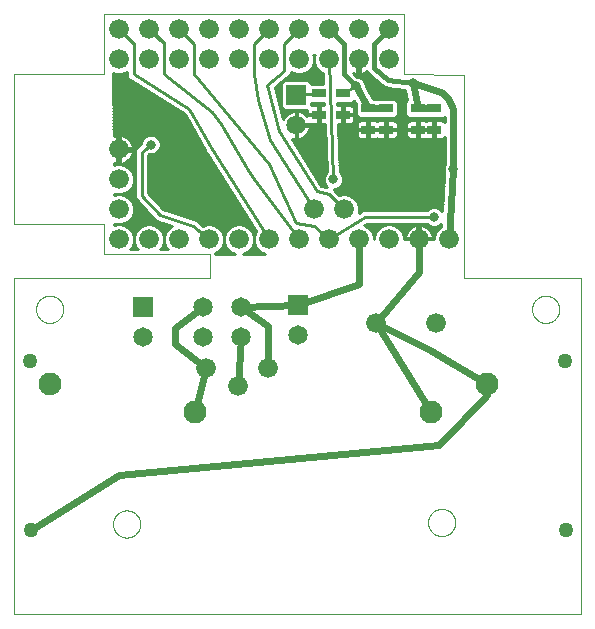
<source format=gtl>
G75*
%MOIN*%
%OFA0B0*%
%FSLAX25Y25*%
%IPPOS*%
%LPD*%
%AMOC8*
5,1,8,0,0,1.08239X$1,22.5*
%
%ADD10C,0.00000*%
%ADD11C,0.06600*%
%ADD12C,0.05000*%
%ADD13C,0.07600*%
%ADD14R,0.06500X0.06500*%
%ADD15C,0.06500*%
%ADD16C,0.07677*%
%ADD17R,0.04724X0.03150*%
%ADD18C,0.01000*%
%ADD19C,0.03200*%
%ADD20C,0.01600*%
%ADD21C,0.02400*%
%ADD22C,0.01200*%
D10*
X0005000Y0004606D02*
X0193976Y0004606D01*
X0193976Y0116575D01*
X0155000Y0116575D01*
X0155000Y0184409D01*
X0134921Y0184449D01*
X0134882Y0184488D01*
X0134882Y0194409D01*
X0134921Y0204449D01*
X0034921Y0204449D01*
X0034921Y0194449D01*
X0034961Y0194409D01*
X0034921Y0194409D01*
X0034921Y0184449D01*
X0005000Y0184449D01*
X0005000Y0134449D01*
X0034921Y0134449D01*
X0034921Y0124449D01*
X0070346Y0124449D01*
X0070346Y0116575D01*
X0005000Y0116575D01*
X0005000Y0004606D01*
X0037972Y0034606D02*
X0037974Y0034740D01*
X0037980Y0034874D01*
X0037990Y0035008D01*
X0038004Y0035142D01*
X0038022Y0035275D01*
X0038043Y0035407D01*
X0038069Y0035539D01*
X0038099Y0035670D01*
X0038132Y0035800D01*
X0038169Y0035928D01*
X0038211Y0036056D01*
X0038255Y0036183D01*
X0038304Y0036308D01*
X0038356Y0036431D01*
X0038412Y0036553D01*
X0038472Y0036674D01*
X0038535Y0036792D01*
X0038601Y0036909D01*
X0038671Y0037023D01*
X0038744Y0037136D01*
X0038821Y0037246D01*
X0038901Y0037354D01*
X0038984Y0037459D01*
X0039070Y0037562D01*
X0039159Y0037662D01*
X0039251Y0037760D01*
X0039346Y0037855D01*
X0039444Y0037947D01*
X0039544Y0038036D01*
X0039647Y0038122D01*
X0039752Y0038205D01*
X0039860Y0038285D01*
X0039970Y0038362D01*
X0040083Y0038435D01*
X0040197Y0038505D01*
X0040314Y0038571D01*
X0040432Y0038634D01*
X0040553Y0038694D01*
X0040675Y0038750D01*
X0040798Y0038802D01*
X0040923Y0038851D01*
X0041050Y0038895D01*
X0041178Y0038937D01*
X0041306Y0038974D01*
X0041436Y0039007D01*
X0041567Y0039037D01*
X0041699Y0039063D01*
X0041831Y0039084D01*
X0041964Y0039102D01*
X0042098Y0039116D01*
X0042232Y0039126D01*
X0042366Y0039132D01*
X0042500Y0039134D01*
X0042634Y0039132D01*
X0042768Y0039126D01*
X0042902Y0039116D01*
X0043036Y0039102D01*
X0043169Y0039084D01*
X0043301Y0039063D01*
X0043433Y0039037D01*
X0043564Y0039007D01*
X0043694Y0038974D01*
X0043822Y0038937D01*
X0043950Y0038895D01*
X0044077Y0038851D01*
X0044202Y0038802D01*
X0044325Y0038750D01*
X0044447Y0038694D01*
X0044568Y0038634D01*
X0044686Y0038571D01*
X0044803Y0038505D01*
X0044917Y0038435D01*
X0045030Y0038362D01*
X0045140Y0038285D01*
X0045248Y0038205D01*
X0045353Y0038122D01*
X0045456Y0038036D01*
X0045556Y0037947D01*
X0045654Y0037855D01*
X0045749Y0037760D01*
X0045841Y0037662D01*
X0045930Y0037562D01*
X0046016Y0037459D01*
X0046099Y0037354D01*
X0046179Y0037246D01*
X0046256Y0037136D01*
X0046329Y0037023D01*
X0046399Y0036909D01*
X0046465Y0036792D01*
X0046528Y0036674D01*
X0046588Y0036553D01*
X0046644Y0036431D01*
X0046696Y0036308D01*
X0046745Y0036183D01*
X0046789Y0036056D01*
X0046831Y0035928D01*
X0046868Y0035800D01*
X0046901Y0035670D01*
X0046931Y0035539D01*
X0046957Y0035407D01*
X0046978Y0035275D01*
X0046996Y0035142D01*
X0047010Y0035008D01*
X0047020Y0034874D01*
X0047026Y0034740D01*
X0047028Y0034606D01*
X0047026Y0034472D01*
X0047020Y0034338D01*
X0047010Y0034204D01*
X0046996Y0034070D01*
X0046978Y0033937D01*
X0046957Y0033805D01*
X0046931Y0033673D01*
X0046901Y0033542D01*
X0046868Y0033412D01*
X0046831Y0033284D01*
X0046789Y0033156D01*
X0046745Y0033029D01*
X0046696Y0032904D01*
X0046644Y0032781D01*
X0046588Y0032659D01*
X0046528Y0032538D01*
X0046465Y0032420D01*
X0046399Y0032303D01*
X0046329Y0032189D01*
X0046256Y0032076D01*
X0046179Y0031966D01*
X0046099Y0031858D01*
X0046016Y0031753D01*
X0045930Y0031650D01*
X0045841Y0031550D01*
X0045749Y0031452D01*
X0045654Y0031357D01*
X0045556Y0031265D01*
X0045456Y0031176D01*
X0045353Y0031090D01*
X0045248Y0031007D01*
X0045140Y0030927D01*
X0045030Y0030850D01*
X0044917Y0030777D01*
X0044803Y0030707D01*
X0044686Y0030641D01*
X0044568Y0030578D01*
X0044447Y0030518D01*
X0044325Y0030462D01*
X0044202Y0030410D01*
X0044077Y0030361D01*
X0043950Y0030317D01*
X0043822Y0030275D01*
X0043694Y0030238D01*
X0043564Y0030205D01*
X0043433Y0030175D01*
X0043301Y0030149D01*
X0043169Y0030128D01*
X0043036Y0030110D01*
X0042902Y0030096D01*
X0042768Y0030086D01*
X0042634Y0030080D01*
X0042500Y0030078D01*
X0042366Y0030080D01*
X0042232Y0030086D01*
X0042098Y0030096D01*
X0041964Y0030110D01*
X0041831Y0030128D01*
X0041699Y0030149D01*
X0041567Y0030175D01*
X0041436Y0030205D01*
X0041306Y0030238D01*
X0041178Y0030275D01*
X0041050Y0030317D01*
X0040923Y0030361D01*
X0040798Y0030410D01*
X0040675Y0030462D01*
X0040553Y0030518D01*
X0040432Y0030578D01*
X0040314Y0030641D01*
X0040197Y0030707D01*
X0040083Y0030777D01*
X0039970Y0030850D01*
X0039860Y0030927D01*
X0039752Y0031007D01*
X0039647Y0031090D01*
X0039544Y0031176D01*
X0039444Y0031265D01*
X0039346Y0031357D01*
X0039251Y0031452D01*
X0039159Y0031550D01*
X0039070Y0031650D01*
X0038984Y0031753D01*
X0038901Y0031858D01*
X0038821Y0031966D01*
X0038744Y0032076D01*
X0038671Y0032189D01*
X0038601Y0032303D01*
X0038535Y0032420D01*
X0038472Y0032538D01*
X0038412Y0032659D01*
X0038356Y0032781D01*
X0038304Y0032904D01*
X0038255Y0033029D01*
X0038211Y0033156D01*
X0038169Y0033284D01*
X0038132Y0033412D01*
X0038099Y0033542D01*
X0038069Y0033673D01*
X0038043Y0033805D01*
X0038022Y0033937D01*
X0038004Y0034070D01*
X0037990Y0034204D01*
X0037980Y0034338D01*
X0037974Y0034472D01*
X0037972Y0034606D01*
X0012283Y0106173D02*
X0012285Y0106307D01*
X0012291Y0106441D01*
X0012301Y0106575D01*
X0012315Y0106709D01*
X0012333Y0106842D01*
X0012354Y0106974D01*
X0012380Y0107106D01*
X0012410Y0107237D01*
X0012443Y0107367D01*
X0012480Y0107495D01*
X0012522Y0107623D01*
X0012566Y0107750D01*
X0012615Y0107875D01*
X0012667Y0107998D01*
X0012723Y0108120D01*
X0012783Y0108241D01*
X0012846Y0108359D01*
X0012912Y0108476D01*
X0012982Y0108590D01*
X0013055Y0108703D01*
X0013132Y0108813D01*
X0013212Y0108921D01*
X0013295Y0109026D01*
X0013381Y0109129D01*
X0013470Y0109229D01*
X0013562Y0109327D01*
X0013657Y0109422D01*
X0013755Y0109514D01*
X0013855Y0109603D01*
X0013958Y0109689D01*
X0014063Y0109772D01*
X0014171Y0109852D01*
X0014281Y0109929D01*
X0014394Y0110002D01*
X0014508Y0110072D01*
X0014625Y0110138D01*
X0014743Y0110201D01*
X0014864Y0110261D01*
X0014986Y0110317D01*
X0015109Y0110369D01*
X0015234Y0110418D01*
X0015361Y0110462D01*
X0015489Y0110504D01*
X0015617Y0110541D01*
X0015747Y0110574D01*
X0015878Y0110604D01*
X0016010Y0110630D01*
X0016142Y0110651D01*
X0016275Y0110669D01*
X0016409Y0110683D01*
X0016543Y0110693D01*
X0016677Y0110699D01*
X0016811Y0110701D01*
X0016945Y0110699D01*
X0017079Y0110693D01*
X0017213Y0110683D01*
X0017347Y0110669D01*
X0017480Y0110651D01*
X0017612Y0110630D01*
X0017744Y0110604D01*
X0017875Y0110574D01*
X0018005Y0110541D01*
X0018133Y0110504D01*
X0018261Y0110462D01*
X0018388Y0110418D01*
X0018513Y0110369D01*
X0018636Y0110317D01*
X0018758Y0110261D01*
X0018879Y0110201D01*
X0018997Y0110138D01*
X0019114Y0110072D01*
X0019228Y0110002D01*
X0019341Y0109929D01*
X0019451Y0109852D01*
X0019559Y0109772D01*
X0019664Y0109689D01*
X0019767Y0109603D01*
X0019867Y0109514D01*
X0019965Y0109422D01*
X0020060Y0109327D01*
X0020152Y0109229D01*
X0020241Y0109129D01*
X0020327Y0109026D01*
X0020410Y0108921D01*
X0020490Y0108813D01*
X0020567Y0108703D01*
X0020640Y0108590D01*
X0020710Y0108476D01*
X0020776Y0108359D01*
X0020839Y0108241D01*
X0020899Y0108120D01*
X0020955Y0107998D01*
X0021007Y0107875D01*
X0021056Y0107750D01*
X0021100Y0107623D01*
X0021142Y0107495D01*
X0021179Y0107367D01*
X0021212Y0107237D01*
X0021242Y0107106D01*
X0021268Y0106974D01*
X0021289Y0106842D01*
X0021307Y0106709D01*
X0021321Y0106575D01*
X0021331Y0106441D01*
X0021337Y0106307D01*
X0021339Y0106173D01*
X0021337Y0106039D01*
X0021331Y0105905D01*
X0021321Y0105771D01*
X0021307Y0105637D01*
X0021289Y0105504D01*
X0021268Y0105372D01*
X0021242Y0105240D01*
X0021212Y0105109D01*
X0021179Y0104979D01*
X0021142Y0104851D01*
X0021100Y0104723D01*
X0021056Y0104596D01*
X0021007Y0104471D01*
X0020955Y0104348D01*
X0020899Y0104226D01*
X0020839Y0104105D01*
X0020776Y0103987D01*
X0020710Y0103870D01*
X0020640Y0103756D01*
X0020567Y0103643D01*
X0020490Y0103533D01*
X0020410Y0103425D01*
X0020327Y0103320D01*
X0020241Y0103217D01*
X0020152Y0103117D01*
X0020060Y0103019D01*
X0019965Y0102924D01*
X0019867Y0102832D01*
X0019767Y0102743D01*
X0019664Y0102657D01*
X0019559Y0102574D01*
X0019451Y0102494D01*
X0019341Y0102417D01*
X0019228Y0102344D01*
X0019114Y0102274D01*
X0018997Y0102208D01*
X0018879Y0102145D01*
X0018758Y0102085D01*
X0018636Y0102029D01*
X0018513Y0101977D01*
X0018388Y0101928D01*
X0018261Y0101884D01*
X0018133Y0101842D01*
X0018005Y0101805D01*
X0017875Y0101772D01*
X0017744Y0101742D01*
X0017612Y0101716D01*
X0017480Y0101695D01*
X0017347Y0101677D01*
X0017213Y0101663D01*
X0017079Y0101653D01*
X0016945Y0101647D01*
X0016811Y0101645D01*
X0016677Y0101647D01*
X0016543Y0101653D01*
X0016409Y0101663D01*
X0016275Y0101677D01*
X0016142Y0101695D01*
X0016010Y0101716D01*
X0015878Y0101742D01*
X0015747Y0101772D01*
X0015617Y0101805D01*
X0015489Y0101842D01*
X0015361Y0101884D01*
X0015234Y0101928D01*
X0015109Y0101977D01*
X0014986Y0102029D01*
X0014864Y0102085D01*
X0014743Y0102145D01*
X0014625Y0102208D01*
X0014508Y0102274D01*
X0014394Y0102344D01*
X0014281Y0102417D01*
X0014171Y0102494D01*
X0014063Y0102574D01*
X0013958Y0102657D01*
X0013855Y0102743D01*
X0013755Y0102832D01*
X0013657Y0102924D01*
X0013562Y0103019D01*
X0013470Y0103117D01*
X0013381Y0103217D01*
X0013295Y0103320D01*
X0013212Y0103425D01*
X0013132Y0103533D01*
X0013055Y0103643D01*
X0012982Y0103756D01*
X0012912Y0103870D01*
X0012846Y0103987D01*
X0012783Y0104105D01*
X0012723Y0104226D01*
X0012667Y0104348D01*
X0012615Y0104471D01*
X0012566Y0104596D01*
X0012522Y0104723D01*
X0012480Y0104851D01*
X0012443Y0104979D01*
X0012410Y0105109D01*
X0012380Y0105240D01*
X0012354Y0105372D01*
X0012333Y0105504D01*
X0012315Y0105637D01*
X0012301Y0105771D01*
X0012291Y0105905D01*
X0012285Y0106039D01*
X0012283Y0106173D01*
X0142972Y0035106D02*
X0142974Y0035240D01*
X0142980Y0035374D01*
X0142990Y0035508D01*
X0143004Y0035642D01*
X0143022Y0035775D01*
X0143043Y0035907D01*
X0143069Y0036039D01*
X0143099Y0036170D01*
X0143132Y0036300D01*
X0143169Y0036428D01*
X0143211Y0036556D01*
X0143255Y0036683D01*
X0143304Y0036808D01*
X0143356Y0036931D01*
X0143412Y0037053D01*
X0143472Y0037174D01*
X0143535Y0037292D01*
X0143601Y0037409D01*
X0143671Y0037523D01*
X0143744Y0037636D01*
X0143821Y0037746D01*
X0143901Y0037854D01*
X0143984Y0037959D01*
X0144070Y0038062D01*
X0144159Y0038162D01*
X0144251Y0038260D01*
X0144346Y0038355D01*
X0144444Y0038447D01*
X0144544Y0038536D01*
X0144647Y0038622D01*
X0144752Y0038705D01*
X0144860Y0038785D01*
X0144970Y0038862D01*
X0145083Y0038935D01*
X0145197Y0039005D01*
X0145314Y0039071D01*
X0145432Y0039134D01*
X0145553Y0039194D01*
X0145675Y0039250D01*
X0145798Y0039302D01*
X0145923Y0039351D01*
X0146050Y0039395D01*
X0146178Y0039437D01*
X0146306Y0039474D01*
X0146436Y0039507D01*
X0146567Y0039537D01*
X0146699Y0039563D01*
X0146831Y0039584D01*
X0146964Y0039602D01*
X0147098Y0039616D01*
X0147232Y0039626D01*
X0147366Y0039632D01*
X0147500Y0039634D01*
X0147634Y0039632D01*
X0147768Y0039626D01*
X0147902Y0039616D01*
X0148036Y0039602D01*
X0148169Y0039584D01*
X0148301Y0039563D01*
X0148433Y0039537D01*
X0148564Y0039507D01*
X0148694Y0039474D01*
X0148822Y0039437D01*
X0148950Y0039395D01*
X0149077Y0039351D01*
X0149202Y0039302D01*
X0149325Y0039250D01*
X0149447Y0039194D01*
X0149568Y0039134D01*
X0149686Y0039071D01*
X0149803Y0039005D01*
X0149917Y0038935D01*
X0150030Y0038862D01*
X0150140Y0038785D01*
X0150248Y0038705D01*
X0150353Y0038622D01*
X0150456Y0038536D01*
X0150556Y0038447D01*
X0150654Y0038355D01*
X0150749Y0038260D01*
X0150841Y0038162D01*
X0150930Y0038062D01*
X0151016Y0037959D01*
X0151099Y0037854D01*
X0151179Y0037746D01*
X0151256Y0037636D01*
X0151329Y0037523D01*
X0151399Y0037409D01*
X0151465Y0037292D01*
X0151528Y0037174D01*
X0151588Y0037053D01*
X0151644Y0036931D01*
X0151696Y0036808D01*
X0151745Y0036683D01*
X0151789Y0036556D01*
X0151831Y0036428D01*
X0151868Y0036300D01*
X0151901Y0036170D01*
X0151931Y0036039D01*
X0151957Y0035907D01*
X0151978Y0035775D01*
X0151996Y0035642D01*
X0152010Y0035508D01*
X0152020Y0035374D01*
X0152026Y0035240D01*
X0152028Y0035106D01*
X0152026Y0034972D01*
X0152020Y0034838D01*
X0152010Y0034704D01*
X0151996Y0034570D01*
X0151978Y0034437D01*
X0151957Y0034305D01*
X0151931Y0034173D01*
X0151901Y0034042D01*
X0151868Y0033912D01*
X0151831Y0033784D01*
X0151789Y0033656D01*
X0151745Y0033529D01*
X0151696Y0033404D01*
X0151644Y0033281D01*
X0151588Y0033159D01*
X0151528Y0033038D01*
X0151465Y0032920D01*
X0151399Y0032803D01*
X0151329Y0032689D01*
X0151256Y0032576D01*
X0151179Y0032466D01*
X0151099Y0032358D01*
X0151016Y0032253D01*
X0150930Y0032150D01*
X0150841Y0032050D01*
X0150749Y0031952D01*
X0150654Y0031857D01*
X0150556Y0031765D01*
X0150456Y0031676D01*
X0150353Y0031590D01*
X0150248Y0031507D01*
X0150140Y0031427D01*
X0150030Y0031350D01*
X0149917Y0031277D01*
X0149803Y0031207D01*
X0149686Y0031141D01*
X0149568Y0031078D01*
X0149447Y0031018D01*
X0149325Y0030962D01*
X0149202Y0030910D01*
X0149077Y0030861D01*
X0148950Y0030817D01*
X0148822Y0030775D01*
X0148694Y0030738D01*
X0148564Y0030705D01*
X0148433Y0030675D01*
X0148301Y0030649D01*
X0148169Y0030628D01*
X0148036Y0030610D01*
X0147902Y0030596D01*
X0147768Y0030586D01*
X0147634Y0030580D01*
X0147500Y0030578D01*
X0147366Y0030580D01*
X0147232Y0030586D01*
X0147098Y0030596D01*
X0146964Y0030610D01*
X0146831Y0030628D01*
X0146699Y0030649D01*
X0146567Y0030675D01*
X0146436Y0030705D01*
X0146306Y0030738D01*
X0146178Y0030775D01*
X0146050Y0030817D01*
X0145923Y0030861D01*
X0145798Y0030910D01*
X0145675Y0030962D01*
X0145553Y0031018D01*
X0145432Y0031078D01*
X0145314Y0031141D01*
X0145197Y0031207D01*
X0145083Y0031277D01*
X0144970Y0031350D01*
X0144860Y0031427D01*
X0144752Y0031507D01*
X0144647Y0031590D01*
X0144544Y0031676D01*
X0144444Y0031765D01*
X0144346Y0031857D01*
X0144251Y0031952D01*
X0144159Y0032050D01*
X0144070Y0032150D01*
X0143984Y0032253D01*
X0143901Y0032358D01*
X0143821Y0032466D01*
X0143744Y0032576D01*
X0143671Y0032689D01*
X0143601Y0032803D01*
X0143535Y0032920D01*
X0143472Y0033038D01*
X0143412Y0033159D01*
X0143356Y0033281D01*
X0143304Y0033404D01*
X0143255Y0033529D01*
X0143211Y0033656D01*
X0143169Y0033784D01*
X0143132Y0033912D01*
X0143099Y0034042D01*
X0143069Y0034173D01*
X0143043Y0034305D01*
X0143022Y0034437D01*
X0143004Y0034570D01*
X0142990Y0034704D01*
X0142980Y0034838D01*
X0142974Y0034972D01*
X0142972Y0035106D01*
X0177637Y0106173D02*
X0177639Y0106307D01*
X0177645Y0106441D01*
X0177655Y0106575D01*
X0177669Y0106709D01*
X0177687Y0106842D01*
X0177708Y0106974D01*
X0177734Y0107106D01*
X0177764Y0107237D01*
X0177797Y0107367D01*
X0177834Y0107495D01*
X0177876Y0107623D01*
X0177920Y0107750D01*
X0177969Y0107875D01*
X0178021Y0107998D01*
X0178077Y0108120D01*
X0178137Y0108241D01*
X0178200Y0108359D01*
X0178266Y0108476D01*
X0178336Y0108590D01*
X0178409Y0108703D01*
X0178486Y0108813D01*
X0178566Y0108921D01*
X0178649Y0109026D01*
X0178735Y0109129D01*
X0178824Y0109229D01*
X0178916Y0109327D01*
X0179011Y0109422D01*
X0179109Y0109514D01*
X0179209Y0109603D01*
X0179312Y0109689D01*
X0179417Y0109772D01*
X0179525Y0109852D01*
X0179635Y0109929D01*
X0179748Y0110002D01*
X0179862Y0110072D01*
X0179979Y0110138D01*
X0180097Y0110201D01*
X0180218Y0110261D01*
X0180340Y0110317D01*
X0180463Y0110369D01*
X0180588Y0110418D01*
X0180715Y0110462D01*
X0180843Y0110504D01*
X0180971Y0110541D01*
X0181101Y0110574D01*
X0181232Y0110604D01*
X0181364Y0110630D01*
X0181496Y0110651D01*
X0181629Y0110669D01*
X0181763Y0110683D01*
X0181897Y0110693D01*
X0182031Y0110699D01*
X0182165Y0110701D01*
X0182299Y0110699D01*
X0182433Y0110693D01*
X0182567Y0110683D01*
X0182701Y0110669D01*
X0182834Y0110651D01*
X0182966Y0110630D01*
X0183098Y0110604D01*
X0183229Y0110574D01*
X0183359Y0110541D01*
X0183487Y0110504D01*
X0183615Y0110462D01*
X0183742Y0110418D01*
X0183867Y0110369D01*
X0183990Y0110317D01*
X0184112Y0110261D01*
X0184233Y0110201D01*
X0184351Y0110138D01*
X0184468Y0110072D01*
X0184582Y0110002D01*
X0184695Y0109929D01*
X0184805Y0109852D01*
X0184913Y0109772D01*
X0185018Y0109689D01*
X0185121Y0109603D01*
X0185221Y0109514D01*
X0185319Y0109422D01*
X0185414Y0109327D01*
X0185506Y0109229D01*
X0185595Y0109129D01*
X0185681Y0109026D01*
X0185764Y0108921D01*
X0185844Y0108813D01*
X0185921Y0108703D01*
X0185994Y0108590D01*
X0186064Y0108476D01*
X0186130Y0108359D01*
X0186193Y0108241D01*
X0186253Y0108120D01*
X0186309Y0107998D01*
X0186361Y0107875D01*
X0186410Y0107750D01*
X0186454Y0107623D01*
X0186496Y0107495D01*
X0186533Y0107367D01*
X0186566Y0107237D01*
X0186596Y0107106D01*
X0186622Y0106974D01*
X0186643Y0106842D01*
X0186661Y0106709D01*
X0186675Y0106575D01*
X0186685Y0106441D01*
X0186691Y0106307D01*
X0186693Y0106173D01*
X0186691Y0106039D01*
X0186685Y0105905D01*
X0186675Y0105771D01*
X0186661Y0105637D01*
X0186643Y0105504D01*
X0186622Y0105372D01*
X0186596Y0105240D01*
X0186566Y0105109D01*
X0186533Y0104979D01*
X0186496Y0104851D01*
X0186454Y0104723D01*
X0186410Y0104596D01*
X0186361Y0104471D01*
X0186309Y0104348D01*
X0186253Y0104226D01*
X0186193Y0104105D01*
X0186130Y0103987D01*
X0186064Y0103870D01*
X0185994Y0103756D01*
X0185921Y0103643D01*
X0185844Y0103533D01*
X0185764Y0103425D01*
X0185681Y0103320D01*
X0185595Y0103217D01*
X0185506Y0103117D01*
X0185414Y0103019D01*
X0185319Y0102924D01*
X0185221Y0102832D01*
X0185121Y0102743D01*
X0185018Y0102657D01*
X0184913Y0102574D01*
X0184805Y0102494D01*
X0184695Y0102417D01*
X0184582Y0102344D01*
X0184468Y0102274D01*
X0184351Y0102208D01*
X0184233Y0102145D01*
X0184112Y0102085D01*
X0183990Y0102029D01*
X0183867Y0101977D01*
X0183742Y0101928D01*
X0183615Y0101884D01*
X0183487Y0101842D01*
X0183359Y0101805D01*
X0183229Y0101772D01*
X0183098Y0101742D01*
X0182966Y0101716D01*
X0182834Y0101695D01*
X0182701Y0101677D01*
X0182567Y0101663D01*
X0182433Y0101653D01*
X0182299Y0101647D01*
X0182165Y0101645D01*
X0182031Y0101647D01*
X0181897Y0101653D01*
X0181763Y0101663D01*
X0181629Y0101677D01*
X0181496Y0101695D01*
X0181364Y0101716D01*
X0181232Y0101742D01*
X0181101Y0101772D01*
X0180971Y0101805D01*
X0180843Y0101842D01*
X0180715Y0101884D01*
X0180588Y0101928D01*
X0180463Y0101977D01*
X0180340Y0102029D01*
X0180218Y0102085D01*
X0180097Y0102145D01*
X0179979Y0102208D01*
X0179862Y0102274D01*
X0179748Y0102344D01*
X0179635Y0102417D01*
X0179525Y0102494D01*
X0179417Y0102574D01*
X0179312Y0102657D01*
X0179209Y0102743D01*
X0179109Y0102832D01*
X0179011Y0102924D01*
X0178916Y0103019D01*
X0178824Y0103117D01*
X0178735Y0103217D01*
X0178649Y0103320D01*
X0178566Y0103425D01*
X0178486Y0103533D01*
X0178409Y0103643D01*
X0178336Y0103756D01*
X0178266Y0103870D01*
X0178200Y0103987D01*
X0178137Y0104105D01*
X0178077Y0104226D01*
X0178021Y0104348D01*
X0177969Y0104471D01*
X0177920Y0104596D01*
X0177876Y0104723D01*
X0177834Y0104851D01*
X0177797Y0104979D01*
X0177764Y0105109D01*
X0177734Y0105240D01*
X0177708Y0105372D01*
X0177687Y0105504D01*
X0177669Y0105637D01*
X0177655Y0105771D01*
X0177645Y0105905D01*
X0177639Y0106039D01*
X0177637Y0106173D01*
D11*
X0149921Y0129449D03*
X0139921Y0129449D03*
X0129921Y0129449D03*
X0119921Y0129449D03*
X0114921Y0139449D03*
X0109921Y0129449D03*
X0104921Y0139449D03*
X0099921Y0129449D03*
X0089921Y0129449D03*
X0079921Y0129449D03*
X0069921Y0129449D03*
X0059921Y0129449D03*
X0049921Y0129449D03*
X0039921Y0129449D03*
X0039921Y0139449D03*
X0039921Y0149449D03*
X0039921Y0159449D03*
X0039921Y0189449D03*
X0039921Y0199449D03*
X0049921Y0199449D03*
X0049921Y0189449D03*
X0059921Y0189449D03*
X0059921Y0199449D03*
X0069921Y0199449D03*
X0069921Y0189449D03*
X0079921Y0189449D03*
X0079921Y0199449D03*
X0089921Y0199449D03*
X0089921Y0189449D03*
X0099921Y0189449D03*
X0099921Y0199449D03*
X0109921Y0199449D03*
X0109921Y0189449D03*
X0119921Y0189449D03*
X0119921Y0199449D03*
X0129921Y0199449D03*
X0129921Y0189449D03*
X0125657Y0101606D03*
X0145736Y0101606D03*
X0089500Y0086606D03*
X0079500Y0080606D03*
X0069000Y0086606D03*
D12*
X0010142Y0089016D03*
X0010512Y0032559D03*
X0188858Y0032559D03*
X0188488Y0089016D03*
D13*
X0162598Y0081299D03*
X0016929Y0081299D03*
D14*
X0048000Y0107106D03*
X0099500Y0107606D03*
X0099000Y0177606D03*
D15*
X0099000Y0167606D03*
X0080500Y0107106D03*
X0080500Y0097106D03*
X0068000Y0097106D03*
X0068000Y0107106D03*
X0048000Y0097106D03*
X0099500Y0097606D03*
D16*
X0065346Y0072106D03*
X0144087Y0072106D03*
D17*
X0145000Y0166063D03*
X0139500Y0166063D03*
X0139500Y0173150D03*
X0145000Y0173150D03*
X0129000Y0173150D03*
X0123000Y0173150D03*
X0123000Y0166063D03*
X0129000Y0166063D03*
X0114500Y0171063D03*
X0114500Y0178150D03*
X0106500Y0178150D03*
X0106500Y0171063D03*
D18*
X0106787Y0171350D02*
X0106213Y0171350D01*
X0106213Y0174138D01*
X0103950Y0174138D01*
X0103950Y0174875D01*
X0108266Y0174875D01*
X0108294Y0174138D01*
X0106787Y0174138D01*
X0106787Y0171350D01*
X0106787Y0171358D02*
X0106213Y0171358D01*
X0106213Y0171350D02*
X0106213Y0170776D01*
X0106787Y0170776D01*
X0106787Y0167988D01*
X0108524Y0167988D01*
X0109131Y0151825D01*
X0108624Y0151318D01*
X0108121Y0150105D01*
X0108121Y0148792D01*
X0108624Y0147580D01*
X0109342Y0146861D01*
X0107316Y0147368D01*
X0097480Y0163106D01*
X0097888Y0162973D01*
X0098626Y0162856D01*
X0098811Y0162856D01*
X0098811Y0167417D01*
X0099189Y0167417D01*
X0099189Y0162856D01*
X0099374Y0162856D01*
X0100112Y0162973D01*
X0100823Y0163204D01*
X0101490Y0163544D01*
X0102094Y0163983D01*
X0102623Y0164512D01*
X0103063Y0165117D01*
X0103402Y0165783D01*
X0103633Y0166494D01*
X0103750Y0167232D01*
X0103750Y0167417D01*
X0099189Y0167417D01*
X0099189Y0167795D01*
X0103750Y0167795D01*
X0103750Y0167980D01*
X0103740Y0168042D01*
X0103940Y0167988D01*
X0106213Y0167988D01*
X0106213Y0170776D01*
X0102638Y0170776D01*
X0102638Y0170680D01*
X0102623Y0170701D01*
X0102094Y0171229D01*
X0101490Y0171669D01*
X0100823Y0172008D01*
X0100112Y0172239D01*
X0099374Y0172356D01*
X0099189Y0172356D01*
X0098811Y0172356D01*
X0098626Y0172356D01*
X0097888Y0172239D01*
X0097177Y0172008D01*
X0096510Y0171669D01*
X0095906Y0171229D01*
X0095377Y0170701D01*
X0094937Y0170096D01*
X0094643Y0169518D01*
X0091903Y0180137D01*
X0095707Y0183249D01*
X0095833Y0183249D01*
X0096399Y0183816D01*
X0097020Y0184323D01*
X0097032Y0184448D01*
X0097121Y0184538D01*
X0097121Y0185197D01*
X0098927Y0184449D01*
X0100916Y0184449D01*
X0102754Y0185210D01*
X0104160Y0186617D01*
X0104921Y0188454D01*
X0104921Y0190443D01*
X0104712Y0190949D01*
X0105131Y0190949D01*
X0104921Y0190443D01*
X0104921Y0188454D01*
X0105682Y0186617D01*
X0107089Y0185210D01*
X0107891Y0184878D01*
X0108021Y0181424D01*
X0103950Y0181424D01*
X0103950Y0181560D01*
X0102954Y0182556D01*
X0095046Y0182556D01*
X0094050Y0181560D01*
X0094050Y0173652D01*
X0095046Y0172656D01*
X0102638Y0172656D01*
X0102638Y0171350D01*
X0106213Y0171350D01*
X0106213Y0170359D02*
X0106787Y0170359D01*
X0106787Y0169361D02*
X0106213Y0169361D01*
X0106213Y0168362D02*
X0106787Y0168362D01*
X0108548Y0167364D02*
X0103750Y0167364D01*
X0103591Y0166365D02*
X0108585Y0166365D01*
X0108623Y0165367D02*
X0103190Y0165367D01*
X0102479Y0164368D02*
X0108660Y0164368D01*
X0108698Y0163370D02*
X0101148Y0163370D01*
X0099189Y0163370D02*
X0098811Y0163370D01*
X0098811Y0164368D02*
X0099189Y0164368D01*
X0099189Y0165367D02*
X0098811Y0165367D01*
X0098811Y0166365D02*
X0099189Y0166365D01*
X0099189Y0167364D02*
X0098811Y0167364D01*
X0098811Y0167795D02*
X0098811Y0172356D01*
X0098626Y0172356D02*
X0093911Y0172356D01*
X0094168Y0171358D02*
X0096082Y0171358D01*
X0095129Y0170359D02*
X0094426Y0170359D01*
X0094347Y0173355D02*
X0093653Y0173355D01*
X0093395Y0174353D02*
X0094050Y0174353D01*
X0094050Y0175352D02*
X0093138Y0175352D01*
X0092880Y0176350D02*
X0094050Y0176350D01*
X0094050Y0177349D02*
X0092622Y0177349D01*
X0092365Y0178347D02*
X0094050Y0178347D01*
X0094050Y0179346D02*
X0092107Y0179346D01*
X0092157Y0180344D02*
X0094050Y0180344D01*
X0094050Y0181343D02*
X0093377Y0181343D01*
X0094597Y0182341D02*
X0094831Y0182341D01*
X0095924Y0183340D02*
X0107949Y0183340D01*
X0107911Y0184338D02*
X0097021Y0184338D01*
X0094921Y0185449D02*
X0094921Y0194449D01*
X0099921Y0199449D01*
X0104921Y0190329D02*
X0104921Y0190329D01*
X0104921Y0189331D02*
X0104921Y0189331D01*
X0104871Y0188332D02*
X0104972Y0188332D01*
X0105385Y0187334D02*
X0104457Y0187334D01*
X0103879Y0186335D02*
X0105964Y0186335D01*
X0106962Y0185337D02*
X0102880Y0185337D01*
X0103169Y0182341D02*
X0107986Y0182341D01*
X0106500Y0178150D02*
X0099000Y0177606D01*
X0099189Y0172356D02*
X0099189Y0167795D01*
X0098811Y0167795D01*
X0098811Y0168362D02*
X0099189Y0168362D01*
X0099189Y0169361D02*
X0098811Y0169361D01*
X0098811Y0170359D02*
X0099189Y0170359D01*
X0099189Y0171358D02*
X0098811Y0171358D01*
X0099374Y0172356D02*
X0102638Y0172356D01*
X0102638Y0171358D02*
X0101918Y0171358D01*
X0103950Y0174353D02*
X0108286Y0174353D01*
X0106787Y0173355D02*
X0106213Y0173355D01*
X0106213Y0172356D02*
X0106787Y0172356D01*
X0112697Y0174138D02*
X0112669Y0174875D01*
X0117566Y0174875D01*
X0118303Y0175611D01*
X0118938Y0174474D01*
X0118938Y0170871D01*
X0119934Y0169875D01*
X0132066Y0169875D01*
X0133062Y0170871D01*
X0133062Y0175429D01*
X0132066Y0176424D01*
X0124492Y0176424D01*
X0122221Y0180488D01*
X0122221Y0181105D01*
X0121719Y0182318D01*
X0120791Y0183246D01*
X0119578Y0183749D01*
X0119245Y0183749D01*
X0118052Y0185014D01*
X0118079Y0185000D01*
X0118797Y0184767D01*
X0119421Y0184668D01*
X0119421Y0188949D01*
X0120421Y0188949D01*
X0120421Y0184668D01*
X0121045Y0184767D01*
X0121764Y0185000D01*
X0122437Y0185343D01*
X0122612Y0185471D01*
X0122653Y0185391D01*
X0122802Y0185033D01*
X0122881Y0184953D01*
X0122933Y0184853D01*
X0123231Y0184604D01*
X0123505Y0184329D01*
X0123609Y0184286D01*
X0127678Y0180872D01*
X0127808Y0180699D01*
X0128055Y0180555D01*
X0128274Y0180372D01*
X0128480Y0180307D01*
X0128667Y0180197D01*
X0128950Y0180158D01*
X0129222Y0180072D01*
X0129438Y0180091D01*
X0135383Y0179274D01*
X0136006Y0175997D01*
X0135438Y0175429D01*
X0135438Y0170871D01*
X0136434Y0169875D01*
X0148066Y0169875D01*
X0148521Y0170330D01*
X0148521Y0168600D01*
X0148283Y0168838D01*
X0147941Y0169036D01*
X0147560Y0169138D01*
X0145287Y0169138D01*
X0145287Y0166350D01*
X0144713Y0166350D01*
X0144713Y0165776D01*
X0139787Y0165776D01*
X0139787Y0162988D01*
X0142060Y0162988D01*
X0142250Y0163039D01*
X0142440Y0162988D01*
X0144713Y0162988D01*
X0144713Y0165776D01*
X0145287Y0165776D01*
X0145287Y0162988D01*
X0147560Y0162988D01*
X0147941Y0163090D01*
X0148283Y0163288D01*
X0148521Y0163526D01*
X0148521Y0154571D01*
X0148121Y0153605D01*
X0148121Y0152292D01*
X0148426Y0151556D01*
X0147620Y0138917D01*
X0146791Y0139746D01*
X0145578Y0140249D01*
X0144265Y0140249D01*
X0143052Y0139746D01*
X0142454Y0139149D01*
X0122172Y0139149D01*
X0121528Y0139297D01*
X0121290Y0139149D01*
X0121010Y0139149D01*
X0120543Y0138682D01*
X0119831Y0138237D01*
X0119921Y0138454D01*
X0119921Y0140443D01*
X0119160Y0142281D01*
X0117754Y0143688D01*
X0115916Y0144449D01*
X0113927Y0144449D01*
X0113294Y0144187D01*
X0111668Y0145813D01*
X0111467Y0146149D01*
X0112078Y0146149D01*
X0113291Y0146651D01*
X0114219Y0147580D01*
X0114721Y0148792D01*
X0114721Y0150105D01*
X0114219Y0151318D01*
X0113527Y0152010D01*
X0112928Y0167988D01*
X0114213Y0167988D01*
X0114213Y0170776D01*
X0114787Y0170776D01*
X0114787Y0167988D01*
X0117060Y0167988D01*
X0117441Y0168090D01*
X0117783Y0168288D01*
X0118062Y0168567D01*
X0118260Y0168909D01*
X0118362Y0169291D01*
X0118362Y0170776D01*
X0114787Y0170776D01*
X0114787Y0171350D01*
X0114213Y0171350D01*
X0114213Y0174138D01*
X0112697Y0174138D01*
X0112689Y0174353D02*
X0118938Y0174353D01*
X0118938Y0173355D02*
X0118180Y0173355D01*
X0118260Y0173217D02*
X0118062Y0173559D01*
X0117783Y0173838D01*
X0117441Y0174036D01*
X0117060Y0174138D01*
X0114787Y0174138D01*
X0114787Y0171350D01*
X0118362Y0171350D01*
X0118362Y0172835D01*
X0118260Y0173217D01*
X0118362Y0172356D02*
X0118938Y0172356D01*
X0118938Y0171358D02*
X0118362Y0171358D01*
X0118362Y0170359D02*
X0119449Y0170359D01*
X0120059Y0169036D02*
X0119717Y0168838D01*
X0119437Y0168559D01*
X0119240Y0168217D01*
X0119138Y0167835D01*
X0119138Y0166350D01*
X0122713Y0166350D01*
X0122713Y0165776D01*
X0123287Y0165776D01*
X0123287Y0162988D01*
X0125560Y0162988D01*
X0125941Y0163090D01*
X0126000Y0163124D01*
X0126059Y0163090D01*
X0126440Y0162988D01*
X0128713Y0162988D01*
X0128713Y0165776D01*
X0129287Y0165776D01*
X0129287Y0162988D01*
X0131560Y0162988D01*
X0131941Y0163090D01*
X0132283Y0163288D01*
X0132562Y0163567D01*
X0132760Y0163909D01*
X0132862Y0164291D01*
X0132862Y0165776D01*
X0129287Y0165776D01*
X0129287Y0166350D01*
X0128713Y0166350D01*
X0128713Y0169138D01*
X0126440Y0169138D01*
X0126059Y0169036D01*
X0126000Y0169002D01*
X0125941Y0169036D01*
X0125560Y0169138D01*
X0123287Y0169138D01*
X0123287Y0166350D01*
X0122713Y0166350D01*
X0122713Y0169138D01*
X0120440Y0169138D01*
X0120059Y0169036D01*
X0119324Y0168362D02*
X0117857Y0168362D01*
X0118362Y0169361D02*
X0148521Y0169361D01*
X0145287Y0168362D02*
X0144713Y0168362D01*
X0144713Y0169138D02*
X0142440Y0169138D01*
X0142250Y0169087D01*
X0142060Y0169138D01*
X0139787Y0169138D01*
X0139787Y0166350D01*
X0143362Y0166350D01*
X0144713Y0166350D01*
X0144713Y0169138D01*
X0144713Y0167364D02*
X0145287Y0167364D01*
X0145287Y0166365D02*
X0144713Y0166365D01*
X0144713Y0165367D02*
X0145287Y0165367D01*
X0145287Y0164368D02*
X0144713Y0164368D01*
X0144713Y0163370D02*
X0145287Y0163370D01*
X0148365Y0163370D02*
X0148521Y0163370D01*
X0148521Y0162371D02*
X0113138Y0162371D01*
X0113176Y0161373D02*
X0148521Y0161373D01*
X0148521Y0160374D02*
X0113213Y0160374D01*
X0113251Y0159376D02*
X0148521Y0159376D01*
X0148521Y0158377D02*
X0113288Y0158377D01*
X0113325Y0157379D02*
X0148521Y0157379D01*
X0148521Y0156380D02*
X0113363Y0156380D01*
X0113400Y0155382D02*
X0148521Y0155382D01*
X0148443Y0154383D02*
X0113438Y0154383D01*
X0113475Y0153384D02*
X0148121Y0153384D01*
X0148121Y0152386D02*
X0113513Y0152386D01*
X0114149Y0151387D02*
X0148416Y0151387D01*
X0148352Y0150389D02*
X0114604Y0150389D01*
X0114721Y0149390D02*
X0148288Y0149390D01*
X0148225Y0148392D02*
X0114555Y0148392D01*
X0114033Y0147393D02*
X0148161Y0147393D01*
X0148097Y0146395D02*
X0112672Y0146395D01*
X0112085Y0145396D02*
X0148033Y0145396D01*
X0147970Y0144398D02*
X0116039Y0144398D01*
X0113804Y0144398D02*
X0113083Y0144398D01*
X0109921Y0144449D02*
X0105921Y0145449D01*
X0093421Y0165449D01*
X0089421Y0180949D01*
X0094921Y0185449D01*
X0084921Y0184449D02*
X0086421Y0175949D01*
X0090421Y0162449D01*
X0104921Y0139449D01*
X0104921Y0133949D02*
X0109921Y0129449D01*
X0121921Y0136949D01*
X0144921Y0136949D01*
X0147351Y0134712D02*
X0146791Y0134151D01*
X0145578Y0133649D01*
X0144265Y0133649D01*
X0143052Y0134151D01*
X0142454Y0134749D01*
X0122552Y0134749D01*
X0121611Y0134161D01*
X0122754Y0133688D01*
X0124160Y0132281D01*
X0124921Y0130443D01*
X0124921Y0129577D01*
X0124921Y0129577D01*
X0124921Y0130443D01*
X0125682Y0132281D01*
X0127089Y0133688D01*
X0128927Y0134449D01*
X0130916Y0134449D01*
X0132754Y0133688D01*
X0134160Y0132281D01*
X0134921Y0130443D01*
X0134921Y0129534D01*
X0139421Y0129515D01*
X0139421Y0129949D01*
X0135141Y0129949D01*
X0135239Y0130573D01*
X0135473Y0131291D01*
X0135816Y0131965D01*
X0136260Y0132576D01*
X0136794Y0133110D01*
X0137406Y0133554D01*
X0138079Y0133897D01*
X0138797Y0134131D01*
X0139421Y0134229D01*
X0139421Y0129949D01*
X0140421Y0129949D01*
X0140421Y0134229D01*
X0141045Y0134131D01*
X0141764Y0133897D01*
X0142437Y0133554D01*
X0143048Y0133110D01*
X0143582Y0132576D01*
X0144027Y0131965D01*
X0144370Y0131291D01*
X0144603Y0130573D01*
X0144702Y0129949D01*
X0140421Y0129949D01*
X0140421Y0129511D01*
X0144921Y0129491D01*
X0144921Y0130443D01*
X0145682Y0132281D01*
X0147089Y0133688D01*
X0147291Y0133771D01*
X0147351Y0134712D01*
X0147332Y0134413D02*
X0147052Y0134413D01*
X0146816Y0133414D02*
X0142630Y0133414D01*
X0142790Y0134413D02*
X0131003Y0134413D01*
X0128840Y0134413D02*
X0122015Y0134413D01*
X0123027Y0133414D02*
X0126816Y0133414D01*
X0125817Y0132416D02*
X0124025Y0132416D01*
X0124518Y0131417D02*
X0125325Y0131417D01*
X0124921Y0130419D02*
X0124921Y0130419D01*
X0133027Y0133414D02*
X0137213Y0133414D01*
X0136144Y0132416D02*
X0134025Y0132416D01*
X0134518Y0131417D02*
X0135537Y0131417D01*
X0135215Y0130419D02*
X0134921Y0130419D01*
X0139421Y0130419D02*
X0140421Y0130419D01*
X0140421Y0131417D02*
X0139421Y0131417D01*
X0139421Y0132416D02*
X0140421Y0132416D01*
X0140421Y0133414D02*
X0139421Y0133414D01*
X0143699Y0132416D02*
X0145817Y0132416D01*
X0145325Y0131417D02*
X0144305Y0131417D01*
X0144627Y0130419D02*
X0144921Y0130419D01*
X0142711Y0139405D02*
X0119921Y0139405D01*
X0119902Y0138407D02*
X0120103Y0138407D01*
X0119921Y0140404D02*
X0147715Y0140404D01*
X0147778Y0141402D02*
X0119524Y0141402D01*
X0119040Y0142401D02*
X0147842Y0142401D01*
X0147906Y0143399D02*
X0118042Y0143399D01*
X0114921Y0139449D02*
X0109921Y0144449D01*
X0108810Y0147393D02*
X0107300Y0147393D01*
X0106676Y0148392D02*
X0108287Y0148392D01*
X0108121Y0149390D02*
X0106052Y0149390D01*
X0105428Y0150389D02*
X0108239Y0150389D01*
X0108693Y0151387D02*
X0104804Y0151387D01*
X0104180Y0152386D02*
X0109110Y0152386D01*
X0109072Y0153384D02*
X0103556Y0153384D01*
X0102932Y0154383D02*
X0109035Y0154383D01*
X0108997Y0155382D02*
X0102308Y0155382D01*
X0101684Y0156380D02*
X0108960Y0156380D01*
X0108922Y0157379D02*
X0101060Y0157379D01*
X0100435Y0158377D02*
X0108885Y0158377D01*
X0108847Y0159376D02*
X0099811Y0159376D01*
X0099187Y0160374D02*
X0108810Y0160374D01*
X0108773Y0161373D02*
X0098563Y0161373D01*
X0097939Y0162371D02*
X0108735Y0162371D01*
X0113101Y0163370D02*
X0119635Y0163370D01*
X0119717Y0163288D02*
X0120059Y0163090D01*
X0120440Y0162988D01*
X0122713Y0162988D01*
X0122713Y0165776D01*
X0119138Y0165776D01*
X0119138Y0164291D01*
X0119240Y0163909D01*
X0119437Y0163567D01*
X0119717Y0163288D01*
X0119138Y0164368D02*
X0113063Y0164368D01*
X0113026Y0165367D02*
X0119138Y0165367D01*
X0119138Y0166365D02*
X0112988Y0166365D01*
X0112951Y0167364D02*
X0119138Y0167364D01*
X0122713Y0167364D02*
X0123287Y0167364D01*
X0123287Y0168362D02*
X0122713Y0168362D01*
X0122713Y0166365D02*
X0123287Y0166365D01*
X0123287Y0166350D02*
X0128713Y0166350D01*
X0128713Y0165776D01*
X0126862Y0165776D01*
X0123287Y0165776D01*
X0123287Y0166350D01*
X0123287Y0165367D02*
X0122713Y0165367D01*
X0122713Y0164368D02*
X0123287Y0164368D01*
X0123287Y0163370D02*
X0122713Y0163370D01*
X0128713Y0163370D02*
X0129287Y0163370D01*
X0129287Y0164368D02*
X0128713Y0164368D01*
X0128713Y0165367D02*
X0129287Y0165367D01*
X0129287Y0166350D02*
X0132862Y0166350D01*
X0132862Y0167835D01*
X0132760Y0168217D01*
X0132562Y0168559D01*
X0132283Y0168838D01*
X0131941Y0169036D01*
X0131560Y0169138D01*
X0129287Y0169138D01*
X0129287Y0166350D01*
X0129287Y0166365D02*
X0128713Y0166365D01*
X0128713Y0167364D02*
X0129287Y0167364D01*
X0129287Y0168362D02*
X0128713Y0168362D01*
X0132676Y0168362D02*
X0135824Y0168362D01*
X0135740Y0168217D02*
X0135638Y0167835D01*
X0135638Y0166350D01*
X0139213Y0166350D01*
X0139213Y0165776D01*
X0139787Y0165776D01*
X0139787Y0166350D01*
X0139213Y0166350D01*
X0139213Y0169138D01*
X0136940Y0169138D01*
X0136559Y0169036D01*
X0136217Y0168838D01*
X0135938Y0168559D01*
X0135740Y0168217D01*
X0135638Y0167364D02*
X0132862Y0167364D01*
X0132862Y0166365D02*
X0135638Y0166365D01*
X0135638Y0165776D02*
X0135638Y0164291D01*
X0135740Y0163909D01*
X0135938Y0163567D01*
X0136217Y0163288D01*
X0136559Y0163090D01*
X0136940Y0162988D01*
X0139213Y0162988D01*
X0139213Y0165776D01*
X0135638Y0165776D01*
X0135638Y0165367D02*
X0132862Y0165367D01*
X0132862Y0164368D02*
X0135638Y0164368D01*
X0136135Y0163370D02*
X0132365Y0163370D01*
X0139213Y0163370D02*
X0139787Y0163370D01*
X0139787Y0164368D02*
X0139213Y0164368D01*
X0139213Y0165367D02*
X0139787Y0165367D01*
X0139787Y0166365D02*
X0139213Y0166365D01*
X0139213Y0167364D02*
X0139787Y0167364D01*
X0139787Y0168362D02*
X0139213Y0168362D01*
X0135949Y0170359D02*
X0132551Y0170359D01*
X0133062Y0171358D02*
X0135438Y0171358D01*
X0135438Y0172356D02*
X0133062Y0172356D01*
X0133062Y0173355D02*
X0135438Y0173355D01*
X0135438Y0174353D02*
X0133062Y0174353D01*
X0133062Y0175352D02*
X0135438Y0175352D01*
X0135939Y0176350D02*
X0132141Y0176350D01*
X0134862Y0179346D02*
X0122860Y0179346D01*
X0122302Y0180344D02*
X0128360Y0180344D01*
X0127117Y0181343D02*
X0122123Y0181343D01*
X0121696Y0182341D02*
X0125927Y0182341D01*
X0124737Y0183340D02*
X0120565Y0183340D01*
X0120421Y0185337D02*
X0119421Y0185337D01*
X0119421Y0186335D02*
X0120421Y0186335D01*
X0120421Y0187334D02*
X0119421Y0187334D01*
X0119421Y0188332D02*
X0120421Y0188332D01*
X0122424Y0185337D02*
X0122676Y0185337D01*
X0123496Y0184338D02*
X0118689Y0184338D01*
X0118921Y0180449D02*
X0114500Y0178150D01*
X0118043Y0175352D02*
X0118447Y0175352D01*
X0114787Y0173355D02*
X0114213Y0173355D01*
X0114213Y0172356D02*
X0114787Y0172356D01*
X0114787Y0171358D02*
X0114213Y0171358D01*
X0114213Y0170359D02*
X0114787Y0170359D01*
X0114787Y0169361D02*
X0114213Y0169361D01*
X0114213Y0168362D02*
X0114787Y0168362D01*
X0123976Y0177349D02*
X0135749Y0177349D01*
X0135559Y0178347D02*
X0123418Y0178347D01*
X0109921Y0189449D02*
X0111421Y0149449D01*
X0104921Y0133949D02*
X0098921Y0134949D01*
X0089921Y0154449D01*
X0064921Y0184449D01*
X0064921Y0194449D01*
X0059921Y0199449D01*
X0054921Y0194949D02*
X0054921Y0184449D01*
X0070921Y0171949D01*
X0073921Y0167949D01*
X0082921Y0152449D01*
X0084921Y0149449D01*
X0099921Y0129449D01*
X0089921Y0129449D02*
X0070921Y0159449D01*
X0063421Y0172949D01*
X0044921Y0184449D01*
X0044921Y0194449D01*
X0042721Y0185197D02*
X0040916Y0184449D01*
X0038927Y0184449D01*
X0037967Y0184846D01*
X0038125Y0163912D01*
X0038797Y0164131D01*
X0039421Y0164229D01*
X0039421Y0159949D01*
X0040421Y0159949D01*
X0040421Y0164229D01*
X0041045Y0164131D01*
X0041764Y0163897D01*
X0042437Y0163554D01*
X0043048Y0163110D01*
X0043582Y0162576D01*
X0044027Y0161965D01*
X0044370Y0161291D01*
X0044603Y0160573D01*
X0044702Y0159949D01*
X0040421Y0159949D01*
X0040421Y0158949D01*
X0040421Y0154668D01*
X0041045Y0154767D01*
X0041764Y0155000D01*
X0042437Y0155343D01*
X0043048Y0155788D01*
X0043582Y0156322D01*
X0044027Y0156933D01*
X0044370Y0157606D01*
X0044603Y0158325D01*
X0044702Y0158949D01*
X0040421Y0158949D01*
X0039421Y0158949D01*
X0039421Y0154668D01*
X0038797Y0154767D01*
X0038192Y0154964D01*
X0038198Y0154147D01*
X0038927Y0154449D01*
X0040916Y0154449D01*
X0042754Y0153688D01*
X0044160Y0152281D01*
X0044921Y0150443D01*
X0044921Y0148454D01*
X0044160Y0146617D01*
X0042754Y0145210D01*
X0040916Y0144449D01*
X0038927Y0144449D01*
X0038269Y0144721D01*
X0038273Y0144178D01*
X0038927Y0144449D01*
X0040916Y0144449D01*
X0042754Y0143688D01*
X0044160Y0142281D01*
X0044921Y0140443D01*
X0044921Y0138454D01*
X0044160Y0136617D01*
X0042754Y0135210D01*
X0040916Y0134449D01*
X0038927Y0134449D01*
X0038344Y0134690D01*
X0038348Y0134209D01*
X0038927Y0134449D01*
X0040916Y0134449D01*
X0042754Y0133688D01*
X0044160Y0132281D01*
X0044921Y0130443D01*
X0044921Y0128454D01*
X0044160Y0126617D01*
X0043692Y0126149D01*
X0046150Y0126149D01*
X0045682Y0126617D01*
X0044921Y0128454D01*
X0044921Y0130443D01*
X0045682Y0132281D01*
X0047089Y0133688D01*
X0048927Y0134449D01*
X0050916Y0134449D01*
X0052754Y0133688D01*
X0054160Y0132281D01*
X0054921Y0130443D01*
X0054921Y0128454D01*
X0054160Y0126617D01*
X0053692Y0126149D01*
X0056150Y0126149D01*
X0055682Y0126617D01*
X0054921Y0128454D01*
X0054921Y0130443D01*
X0055682Y0132281D01*
X0057089Y0133688D01*
X0057728Y0133952D01*
X0053116Y0135420D01*
X0052502Y0135444D01*
X0052278Y0135686D01*
X0051965Y0135786D01*
X0051682Y0136332D01*
X0045913Y0142582D01*
X0045300Y0143195D01*
X0045300Y0143246D01*
X0045265Y0143284D01*
X0045300Y0144150D01*
X0045300Y0157810D01*
X0045227Y0157898D01*
X0045300Y0158706D01*
X0045300Y0159518D01*
X0045381Y0159599D01*
X0045392Y0159713D01*
X0046015Y0160232D01*
X0046589Y0160806D01*
X0046703Y0160806D01*
X0047200Y0161220D01*
X0047200Y0161763D01*
X0047702Y0162976D01*
X0048631Y0163904D01*
X0049844Y0164406D01*
X0051156Y0164406D01*
X0052369Y0163904D01*
X0053298Y0162976D01*
X0053800Y0161763D01*
X0053800Y0160450D01*
X0053298Y0159237D01*
X0052369Y0158309D01*
X0051156Y0157806D01*
X0049977Y0157806D01*
X0049700Y0157576D01*
X0049700Y0144966D01*
X0054722Y0139526D01*
X0064760Y0136332D01*
X0065242Y0136369D01*
X0065594Y0136067D01*
X0066035Y0135926D01*
X0066258Y0135497D01*
X0067949Y0134044D01*
X0068927Y0134449D01*
X0070916Y0134449D01*
X0072754Y0133688D01*
X0074160Y0132281D01*
X0074921Y0130443D01*
X0074921Y0128454D01*
X0074160Y0126617D01*
X0072754Y0125210D01*
X0072046Y0124917D01*
X0072046Y0124522D01*
X0078716Y0124536D01*
X0077089Y0125210D01*
X0075682Y0126617D01*
X0074921Y0128454D01*
X0074921Y0130443D01*
X0075682Y0132281D01*
X0077089Y0133688D01*
X0078927Y0134449D01*
X0080916Y0134449D01*
X0082754Y0133688D01*
X0084160Y0132281D01*
X0084921Y0130443D01*
X0084921Y0128454D01*
X0084160Y0126617D01*
X0082754Y0125210D01*
X0081140Y0124541D01*
X0088664Y0124558D01*
X0087089Y0125210D01*
X0085682Y0126617D01*
X0084921Y0128454D01*
X0084921Y0130443D01*
X0085620Y0132129D01*
X0069511Y0157564D01*
X0069441Y0157584D01*
X0069029Y0158325D01*
X0068575Y0159042D01*
X0068591Y0159113D01*
X0061775Y0171382D01*
X0044293Y0182249D01*
X0044010Y0182249D01*
X0043545Y0182714D01*
X0042986Y0183061D01*
X0042922Y0183337D01*
X0042721Y0183538D01*
X0042721Y0184196D01*
X0042572Y0184836D01*
X0042721Y0185077D01*
X0042721Y0185197D01*
X0042688Y0184338D02*
X0037971Y0184338D01*
X0037978Y0183340D02*
X0042919Y0183340D01*
X0043917Y0182341D02*
X0037986Y0182341D01*
X0037993Y0181343D02*
X0045751Y0181343D01*
X0047357Y0180344D02*
X0038001Y0180344D01*
X0038009Y0179346D02*
X0048963Y0179346D01*
X0050570Y0178347D02*
X0038016Y0178347D01*
X0038024Y0177349D02*
X0052176Y0177349D01*
X0053782Y0176350D02*
X0038031Y0176350D01*
X0038039Y0175352D02*
X0055388Y0175352D01*
X0056995Y0174353D02*
X0038046Y0174353D01*
X0038054Y0173355D02*
X0058601Y0173355D01*
X0060207Y0172356D02*
X0038061Y0172356D01*
X0038069Y0171358D02*
X0061788Y0171358D01*
X0062343Y0170359D02*
X0038076Y0170359D01*
X0038084Y0169361D02*
X0062898Y0169361D01*
X0063453Y0168362D02*
X0038091Y0168362D01*
X0038099Y0167364D02*
X0064007Y0167364D01*
X0064562Y0166365D02*
X0038106Y0166365D01*
X0038114Y0165367D02*
X0065117Y0165367D01*
X0065672Y0164368D02*
X0051249Y0164368D01*
X0049751Y0164368D02*
X0038121Y0164368D01*
X0039421Y0163370D02*
X0040421Y0163370D01*
X0040421Y0162371D02*
X0039421Y0162371D01*
X0039421Y0161373D02*
X0040421Y0161373D01*
X0040421Y0160374D02*
X0039421Y0160374D01*
X0040421Y0159376D02*
X0045300Y0159376D01*
X0045270Y0158377D02*
X0044611Y0158377D01*
X0044254Y0157379D02*
X0045300Y0157379D01*
X0045300Y0156380D02*
X0043625Y0156380D01*
X0042489Y0155382D02*
X0045300Y0155382D01*
X0045300Y0154383D02*
X0041075Y0154383D01*
X0040421Y0155382D02*
X0039421Y0155382D01*
X0039421Y0156380D02*
X0040421Y0156380D01*
X0040421Y0157379D02*
X0039421Y0157379D01*
X0039421Y0158377D02*
X0040421Y0158377D01*
X0038768Y0154383D02*
X0038196Y0154383D01*
X0043057Y0153384D02*
X0045300Y0153384D01*
X0045300Y0152386D02*
X0044055Y0152386D01*
X0044530Y0151387D02*
X0045300Y0151387D01*
X0045300Y0150389D02*
X0044921Y0150389D01*
X0044921Y0149390D02*
X0045300Y0149390D01*
X0045300Y0148392D02*
X0044895Y0148392D01*
X0045300Y0147393D02*
X0044482Y0147393D01*
X0043938Y0146395D02*
X0045300Y0146395D01*
X0045300Y0145396D02*
X0042940Y0145396D01*
X0043042Y0143399D02*
X0045270Y0143399D01*
X0045300Y0144398D02*
X0041039Y0144398D01*
X0038804Y0144398D02*
X0038271Y0144398D01*
X0044040Y0142401D02*
X0046080Y0142401D01*
X0047002Y0141402D02*
X0044524Y0141402D01*
X0044921Y0140404D02*
X0047924Y0140404D01*
X0048845Y0139405D02*
X0044921Y0139405D01*
X0044902Y0138407D02*
X0049767Y0138407D01*
X0050689Y0137408D02*
X0044488Y0137408D01*
X0043953Y0136410D02*
X0051610Y0136410D01*
X0053143Y0135411D02*
X0042955Y0135411D01*
X0043027Y0133414D02*
X0046816Y0133414D01*
X0045817Y0132416D02*
X0044025Y0132416D01*
X0044518Y0131417D02*
X0045325Y0131417D01*
X0044921Y0130419D02*
X0044921Y0130419D01*
X0044921Y0129420D02*
X0044921Y0129420D01*
X0044908Y0128422D02*
X0044935Y0128422D01*
X0045348Y0127423D02*
X0044494Y0127423D01*
X0043968Y0126425D02*
X0045874Y0126425D01*
X0048840Y0134413D02*
X0041003Y0134413D01*
X0038840Y0134413D02*
X0038346Y0134413D01*
X0047500Y0144106D02*
X0047500Y0158606D01*
X0050500Y0161106D01*
X0053548Y0162371D02*
X0066781Y0162371D01*
X0067336Y0161373D02*
X0053800Y0161373D01*
X0053769Y0160374D02*
X0067891Y0160374D01*
X0068445Y0159376D02*
X0053355Y0159376D01*
X0052438Y0158377D02*
X0068996Y0158377D01*
X0069628Y0157379D02*
X0049700Y0157379D01*
X0049700Y0156380D02*
X0070261Y0156380D01*
X0070893Y0155382D02*
X0049700Y0155382D01*
X0049700Y0154383D02*
X0071526Y0154383D01*
X0072158Y0153384D02*
X0049700Y0153384D01*
X0049700Y0152386D02*
X0072790Y0152386D01*
X0073423Y0151387D02*
X0049700Y0151387D01*
X0049700Y0150389D02*
X0074055Y0150389D01*
X0074687Y0149390D02*
X0049700Y0149390D01*
X0049700Y0148392D02*
X0075320Y0148392D01*
X0075952Y0147393D02*
X0049700Y0147393D01*
X0049700Y0146395D02*
X0076585Y0146395D01*
X0077217Y0145396D02*
X0049700Y0145396D01*
X0050225Y0144398D02*
X0077849Y0144398D01*
X0078482Y0143399D02*
X0051147Y0143399D01*
X0052068Y0142401D02*
X0079114Y0142401D01*
X0079747Y0141402D02*
X0052990Y0141402D01*
X0053912Y0140404D02*
X0080379Y0140404D01*
X0081011Y0139405D02*
X0055102Y0139405D01*
X0053500Y0137606D02*
X0047500Y0144106D01*
X0053500Y0137606D02*
X0064500Y0134106D01*
X0069921Y0129449D01*
X0072970Y0125426D02*
X0076873Y0125426D01*
X0075874Y0126425D02*
X0073968Y0126425D01*
X0074494Y0127423D02*
X0075348Y0127423D01*
X0074935Y0128422D02*
X0074908Y0128422D01*
X0074921Y0129420D02*
X0074921Y0129420D01*
X0074921Y0130419D02*
X0074921Y0130419D01*
X0074518Y0131417D02*
X0075325Y0131417D01*
X0075817Y0132416D02*
X0074025Y0132416D01*
X0073027Y0133414D02*
X0076816Y0133414D01*
X0078840Y0134413D02*
X0071003Y0134413D01*
X0068840Y0134413D02*
X0067519Y0134413D01*
X0066357Y0135411D02*
X0083541Y0135411D01*
X0084173Y0134413D02*
X0081003Y0134413D01*
X0083027Y0133414D02*
X0084806Y0133414D01*
X0085438Y0132416D02*
X0084025Y0132416D01*
X0084518Y0131417D02*
X0085325Y0131417D01*
X0084921Y0130419D02*
X0084921Y0130419D01*
X0084921Y0129420D02*
X0084921Y0129420D01*
X0084908Y0128422D02*
X0084935Y0128422D01*
X0085348Y0127423D02*
X0084494Y0127423D01*
X0083968Y0126425D02*
X0085874Y0126425D01*
X0086873Y0125426D02*
X0082970Y0125426D01*
X0082909Y0136410D02*
X0064516Y0136410D01*
X0061378Y0137408D02*
X0082276Y0137408D01*
X0081644Y0138407D02*
X0058240Y0138407D01*
X0056281Y0134413D02*
X0051003Y0134413D01*
X0053027Y0133414D02*
X0056816Y0133414D01*
X0055817Y0132416D02*
X0054025Y0132416D01*
X0054518Y0131417D02*
X0055325Y0131417D01*
X0054921Y0130419D02*
X0054921Y0130419D01*
X0054921Y0129420D02*
X0054921Y0129420D01*
X0054908Y0128422D02*
X0054935Y0128422D01*
X0055348Y0127423D02*
X0054494Y0127423D01*
X0053968Y0126425D02*
X0055874Y0126425D01*
X0046156Y0160374D02*
X0044635Y0160374D01*
X0044328Y0161373D02*
X0047200Y0161373D01*
X0047452Y0162371D02*
X0043731Y0162371D01*
X0042691Y0163370D02*
X0048096Y0163370D01*
X0052904Y0163370D02*
X0066226Y0163370D01*
X0084921Y0184449D02*
X0084921Y0194449D01*
X0089921Y0199449D01*
X0147132Y0139405D02*
X0147651Y0139405D01*
D19*
X0144921Y0136949D03*
X0151421Y0152949D03*
X0134921Y0159449D03*
X0124421Y0158449D03*
X0111421Y0149449D03*
X0118921Y0180449D03*
X0137921Y0181449D03*
X0074500Y0135606D03*
X0069000Y0136606D03*
X0050500Y0161106D03*
D20*
X0109921Y0199449D02*
X0114921Y0194449D01*
X0115000Y0184606D01*
X0118921Y0180449D01*
X0124921Y0186449D02*
X0129500Y0182606D01*
X0137921Y0181449D01*
X0124921Y0186449D02*
X0124921Y0194449D01*
X0129921Y0199449D01*
X0134921Y0159449D02*
X0129921Y0158949D01*
X0128921Y0158949D01*
X0124421Y0158449D01*
D21*
X0123000Y0173150D02*
X0118921Y0180449D01*
X0123000Y0173150D02*
X0129000Y0173150D01*
X0139500Y0173150D02*
X0137921Y0181449D01*
X0147257Y0178530D01*
X0149629Y0176466D01*
X0151421Y0172949D01*
X0151421Y0152949D01*
X0149921Y0129449D01*
X0139921Y0129449D02*
X0140000Y0118606D01*
X0125657Y0101606D01*
X0144087Y0072106D01*
X0146500Y0061106D02*
X0040000Y0051106D01*
X0010512Y0032559D01*
X0058500Y0094606D02*
X0069000Y0086606D01*
X0065346Y0072106D01*
X0079500Y0080606D02*
X0080500Y0097106D01*
X0089500Y0100606D02*
X0080500Y0107106D01*
X0099500Y0107606D01*
X0120000Y0114606D01*
X0119921Y0129449D01*
X0125657Y0101606D02*
X0143500Y0092606D01*
X0162598Y0081299D01*
X0160906Y0079606D01*
X0162598Y0081299D02*
X0162598Y0077705D01*
X0146500Y0061106D01*
X0089500Y0086606D02*
X0089500Y0100606D01*
X0068000Y0107106D02*
X0058500Y0100106D01*
X0058500Y0094606D01*
X0139500Y0173150D02*
X0145000Y0173150D01*
D22*
X0054921Y0194949D02*
X0049921Y0199449D01*
X0044921Y0194449D02*
X0039921Y0199449D01*
M02*

</source>
